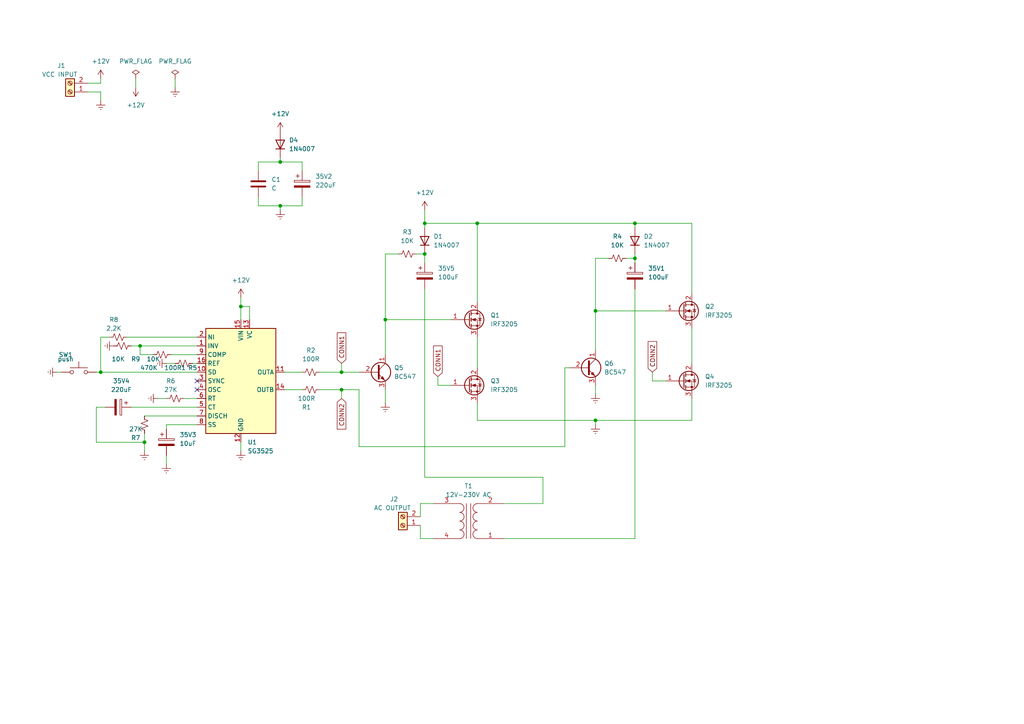
<source format=kicad_sch>
(kicad_sch (version 20230121) (generator eeschema)
  (paper "A4")
  (title_block (title "SG3525 based Full Bridge Inverter") (date "14.01.2024") (rev "1.0") (company "by Mukhtar_Safarov"))
  (lib_symbols
    (symbol "Connector:Screw_Terminal_01x02" (pin_names (offset 1.016) hide)
      (property "Reference" "J" (at 0 2.54 0))
      (property "Value" "Screw_Terminal_01x02" (at 0 -5.08 0))
      (symbol "Screw_Terminal_01x02_1_1"
        (rectangle (start -1.27 1.27) (end 1.27 -3.81) (stroke (width 0.254)) (fill (type background)))
        (circle (center 0 -2.54) (radius 0.635) (stroke (width 0.1524)))
        (polyline (pts (xy -0.5334 -2.2098) (xy 0.3302 -3.048)) (stroke (width 0.1524)))
        (polyline (pts (xy -0.5334 0.3302) (xy 0.3302 -0.508)) (stroke (width 0.1524)))
        (polyline (pts (xy -0.3556 -2.032) (xy 0.508 -2.8702)) (stroke (width 0.1524)))
        (polyline (pts (xy -0.3556 0.508) (xy 0.508 -0.3302)) (stroke (width 0.1524)))
        (circle (center 0 0) (radius 0.635) (stroke (width 0.1524)))
        (pin passive line (at -5.08 0 0) (length 3.81) (name "Pin_1") (number "1"))
        (pin passive line (at -5.08 -2.54 0) (length 3.81) (name "Pin_2") (number "2"))
      )
    )
    (symbol "Device:C" (pin_numbers hide) (pin_names (offset 0.254))
      (property "Reference" "C" (at 0.635 2.54 0))
      (property "Value" "C" (at 0.635 -2.54 0))
      (symbol "C_0_1"
        (polyline (pts (xy -2.032 -0.762) (xy 2.032 -0.762)) (stroke (width 0.508)))
        (polyline (pts (xy -2.032 0.762) (xy 2.032 0.762)) (stroke (width 0.508)))
      )
      (symbol "C_1_1"
        (pin passive line (at 0 3.81 270) (length 2.794) (name "~") (number "1"))
        (pin passive line (at 0 -3.81 90) (length 2.794) (name "~") (number "2"))
      )
    )
    (symbol "Device:C_Polarized" (pin_numbers hide) (pin_names (offset 0.254))
      (property "Reference" "C" (at 0.635 2.54 0))
      (property "Value" "C_Polarized" (at 0.635 -2.54 0))
      (symbol "C_Polarized_0_1"
        (rectangle (start -2.286 0.508) (end 2.286 1.016))
        (polyline (pts (xy -1.778 2.286) (xy -0.762 2.286)))
        (polyline (pts (xy -1.27 2.794) (xy -1.27 1.778)))
        (rectangle (start 2.286 -0.508) (end -2.286 -1.016) (fill (type outline)))
      )
      (symbol "C_Polarized_1_1"
        (pin passive line (at 0 3.81 270) (length 2.794) (name "~") (number "1"))
        (pin passive line (at 0 -3.81 90) (length 2.794) (name "~") (number "2"))
      )
    )
    (symbol "Device:R_Small_US" (pin_numbers hide) (pin_names (offset 0.254) hide)
      (property "Reference" "R" (at 0.762 0.508 0))
      (property "Value" "R_Small_US" (at 0.762 -1.016 0))
      (symbol "R_Small_US_1_1"
        (polyline (pts (xy 0 0) (xy 1.016 -0.381) (xy 0 -0.762) (xy -1.016 -1.143) (xy 0 -1.524)))
        (polyline (pts (xy 0 1.524) (xy 1.016 1.143) (xy 0 0.762) (xy -1.016 0.381) (xy 0 0)))
        (pin passive line (at 0 2.54 270) (length 1.016) (name "~") (number "1"))
        (pin passive line (at 0 -2.54 90) (length 1.016) (name "~") (number "2"))
      )
    )
    (symbol "Device:Transformer_1P_1S" (pin_names (offset 1.016) hide)
      (property "Reference" "T" (at 0 6.35 0))
      (property "Value" "Transformer_1P_1S" (at 0 -7.62 0))
      (symbol "Transformer_1P_1S_0_1"
        (arc (start -2.54 -5.0546) (mid -1.6599 -4.6901) (end -1.27 -3.81))
        (arc (start -2.54 -2.5146) (mid -1.6599 -2.1501) (end -1.27 -1.27))
        (arc (start -2.54 0.0254) (mid -1.6599 0.3899) (end -1.27 1.27))
        (arc (start -2.54 2.5654) (mid -1.6599 2.9299) (end -1.27 3.81))
        (arc (start -1.27 -3.81) (mid -1.642 -2.912) (end -2.54 -2.54))
        (arc (start -1.27 -1.27) (mid -1.642 -0.372) (end -2.54 0))
        (arc (start -1.27 1.27) (mid -1.642 2.168) (end -2.54 2.54))
        (arc (start -1.27 3.81) (mid -1.642 4.708) (end -2.54 5.08))
        (polyline (pts (xy -0.635 5.08) (xy -0.635 -5.08)))
        (polyline (pts (xy 0.635 -5.08) (xy 0.635 5.08)))
        (arc (start 1.2954 -1.27) (mid 1.6599 -2.1501) (end 2.54 -2.5146))
        (arc (start 1.2954 1.27) (mid 1.6599 0.3899) (end 2.54 0.0254))
        (arc (start 1.2954 3.81) (mid 1.6599 2.9299) (end 2.54 2.5654))
        (arc (start 1.3208 -3.81) (mid 1.6853 -4.6901) (end 2.5654 -5.0546))
        (arc (start 2.54 0) (mid 1.642 -0.372) (end 1.2954 -1.27))
        (arc (start 2.54 2.54) (mid 1.642 2.168) (end 1.2954 1.27))
        (arc (start 2.54 5.08) (mid 1.642 4.708) (end 1.2954 3.81))
        (arc (start 2.5654 -2.54) (mid 1.6674 -2.912) (end 1.3208 -3.81))
      )
      (symbol "Transformer_1P_1S_1_1"
        (pin passive line (at -10.16 5.08 0) (length 7.62) (name "AA") (number "1"))
        (pin passive line (at -10.16 -5.08 0) (length 7.62) (name "AB") (number "2"))
        (pin passive line (at 10.16 -5.08 180) (length 7.62) (name "SA") (number "3"))
        (pin passive line (at 10.16 5.08 180) (length 7.62) (name "SB") (number "4"))
      )
    )
    (symbol "Diode:1N4007" (pin_numbers hide) (pin_names hide)
      (property "Reference" "D" (at 0 2.54 0))
      (property "Value" "1N4007" (at 0 -2.54 0))
      (symbol "1N4007_0_1"
        (polyline (pts (xy -1.27 1.27) (xy -1.27 -1.27)) (stroke (width 0.254)))
        (polyline (pts (xy 1.27 0) (xy -1.27 0)))
        (polyline (pts (xy 1.27 1.27) (xy 1.27 -1.27) (xy -1.27 0) (xy 1.27 1.27)) (stroke (width 0.254)))
      )
      (symbol "1N4007_1_1"
        (pin passive line (at -3.81 0 0) (length 2.54) (name "K") (number "1"))
        (pin passive line (at 3.81 0 180) (length 2.54) (name "A") (number "2"))
      )
    )
    (symbol "Regulator_Controller:SG3525"
      (property "Reference" "U" (at 3.81 19.05 0))
      (property "Value" "SG3525" (at 3.81 16.51 0))
      (symbol "SG3525_0_1"
        (rectangle (start -10.16 -15.24) (end 10.16 15.24) (stroke (width 0.254)) (fill (type background)))
      )
      (symbol "SG3525_1_1"
        (pin input line (at -12.7 10.16 0) (length 2.54) (name "INV") (number "1"))
        (pin passive line (at -12.7 2.54 0) (length 2.54) (name "SD") (number "10"))
        (pin output line (at 12.7 2.54 180) (length 2.54) (name "OUTA") (number "11"))
        (pin power_in line (at 0 -17.78 90) (length 2.54) (name "GND") (number "12"))
        (pin power_in line (at 2.54 17.78 270) (length 2.54) (name "VC") (number "13"))
        (pin output line (at 12.7 -2.54 180) (length 2.54) (name "OUTB") (number "14"))
        (pin power_in line (at 0 17.78 270) (length 2.54) (name "VIN") (number "15"))
        (pin power_in line (at -12.7 5.08 0) (length 2.54) (name "REF") (number "16"))
        (pin input line (at -12.7 12.7 0) (length 2.54) (name "NI") (number "2"))
        (pin passive line (at -12.7 0 0) (length 2.54) (name "SYNC") (number "3"))
        (pin output line (at -12.7 -2.54 0) (length 2.54) (name "OSC") (number "4"))
        (pin passive line (at -12.7 -7.62 0) (length 2.54) (name "CT") (number "5"))
        (pin passive line (at -12.7 -5.08 0) (length 2.54) (name "RT") (number "6"))
        (pin open_collector line (at -12.7 -10.16 0) (length 2.54) (name "DISCH") (number "7"))
        (pin passive line (at -12.7 -12.7 0) (length 2.54) (name "SS") (number "8"))
        (pin passive line (at -12.7 7.62 0) (length 2.54) (name "COMP") (number "9"))
      )
    )
    (symbol "Switch:SW_Push" (pin_numbers hide) (pin_names (offset 1.016) hide)
      (property "Reference" "SW" (at 1.27 2.54 0))
      (property "Value" "SW_Push" (at 0 -1.524 0))
      (symbol "SW_Push_0_1"
        (circle (center -2.032 0) (radius 0.508))
        (polyline (pts (xy 0 1.27) (xy 0 3.048)))
        (polyline (pts (xy 2.54 1.27) (xy -2.54 1.27)))
        (circle (center 2.032 0) (radius 0.508))
        (pin passive line (at -5.08 0 0) (length 2.54) (name "1") (number "1"))
        (pin passive line (at 5.08 0 180) (length 2.54) (name "2") (number "2"))
      )
    )
    (symbol "Transistor_BJT:BC547" (pin_names (offset 0) hide)
      (property "Reference" "Q" (at 5.08 1.905 0))
      (property "Value" "BC547" (at 5.08 0 0))
      (symbol "BC547_0_1"
        (polyline (pts (xy 0 0) (xy 0.635 0)))
        (polyline (pts (xy 0.635 0.635) (xy 2.54 2.54)))
        (polyline (pts (xy 0.635 -0.635) (xy 2.54 -2.54) (xy 2.54 -2.54)))
        (polyline (pts (xy 0.635 1.905) (xy 0.635 -1.905) (xy 0.635 -1.905)) (stroke (width 0.508)))
        (polyline (pts (xy 1.27 -1.778) (xy 1.778 -1.27) (xy 2.286 -2.286) (xy 1.27 -1.778) (xy 1.27 -1.778)) (fill (type outline)))
        (circle (center 1.27 0) (radius 2.8194) (stroke (width 0.254)))
      )
      (symbol "BC547_1_1"
        (pin passive line (at 2.54 5.08 270) (length 2.54) (name "C") (number "1"))
        (pin input line (at -5.08 0 0) (length 5.08) (name "B") (number "2"))
        (pin passive line (at 2.54 -5.08 90) (length 2.54) (name "E") (number "3"))
      )
    )
    (symbol "Transistor_FET:IRF3205" (pin_names hide)
      (property "Reference" "Q" (at 6.35 1.905 0))
      (property "Value" "IRF3205" (at 6.35 0 0))
      (symbol "IRF3205_0_1"
        (polyline (pts (xy 0.254 0) (xy -2.54 0)))
        (polyline (pts (xy 0.254 1.905) (xy 0.254 -1.905)) (stroke (width 0.254)))
        (polyline (pts (xy 0.762 -1.27) (xy 0.762 -2.286)) (stroke (width 0.254)))
        (polyline (pts (xy 0.762 0.508) (xy 0.762 -0.508)) (stroke (width 0.254)))
        (polyline (pts (xy 0.762 2.286) (xy 0.762 1.27)) (stroke (width 0.254)))
        (polyline (pts (xy 2.54 2.54) (xy 2.54 1.778)))
        (polyline (pts (xy 2.54 -2.54) (xy 2.54 0) (xy 0.762 0)))
        (polyline (pts (xy 0.762 -1.778) (xy 3.302 -1.778) (xy 3.302 1.778) (xy 0.762 1.778)))
        (polyline (pts (xy 1.016 0) (xy 2.032 0.381) (xy 2.032 -0.381) (xy 1.016 0)) (fill (type outline)))
        (polyline (pts (xy 2.794 0.508) (xy 2.921 0.381) (xy 3.683 0.381) (xy 3.81 0.254)))
        (polyline (pts (xy 3.302 0.381) (xy 2.921 -0.254) (xy 3.683 -0.254) (xy 3.302 0.381)))
        (circle (center 1.651 0) (radius 2.794) (stroke (width 0.254)))
        (circle (center 2.54 -1.778) (radius 0.254) (fill (type outline)))
        (circle (center 2.54 1.778) (radius 0.254) (fill (type outline)))
      )
      (symbol "IRF3205_1_1"
        (pin input line (at -5.08 0 0) (length 2.54) (name "G") (number "1"))
        (pin passive line (at 2.54 5.08 270) (length 2.54) (name "D") (number "2"))
        (pin passive line (at 2.54 -5.08 90) (length 2.54) (name "S") (number "3"))
      )
    )
    (symbol "power:+12V" (power) (pin_names (offset 0))
      (property "Value" "+12V" (at 0 3.556 0))
      (symbol "+12V_0_1"
        (polyline (pts (xy -0.762 1.27) (xy 0 2.54)))
        (polyline (pts (xy 0 0) (xy 0 2.54)))
        (polyline (pts (xy 0 2.54) (xy 0.762 1.27)))
      )
      (symbol "+12V_1_1"
        (pin power_in line (at 0 0 90) (length 0) hide (name "+12V") (number "1"))
      )
    )
    (symbol "power:Earth" (power) (pin_names (offset 0))
      (symbol "Earth_0_1"
        (polyline (pts (xy -0.635 -1.905) (xy 0.635 -1.905)))
        (polyline (pts (xy -0.127 -2.54) (xy 0.127 -2.54)))
        (polyline (pts (xy 0 -1.27) (xy 0 0)))
        (polyline (pts (xy 1.27 -1.27) (xy -1.27 -1.27)))
      )
      (symbol "Earth_1_1"
        (pin power_in line (at 0 0 270) (length 0) hide (name "Earth") (number "1"))
      )
    )
    (symbol "power:PWR_FLAG" (power) (pin_numbers hide) (pin_names (offset 0) hide)
      (property "Value" "PWR_FLAG" (at 0 3.81 0))
      (symbol "PWR_FLAG_0_0"
        (pin power_out line (at 0 0 90) (length 0) (name "pwr") (number "1"))
      )
      (symbol "PWR_FLAG_0_1"
        (polyline (pts (xy 0 0) (xy 0 1.27) (xy -1.016 1.905) (xy 0 2.54) (xy 1.016 1.905) (xy 0 1.27)))
      )
    )
  )
  (junction (at 172.72 90.17))
  (junction (at 41.91 128.27))
  (junction (at 99.06 107.95))
  (junction (at 40.64 100.33))
  (junction (at 29.21 107.95))
  (junction (at 69.85 88.9))
  (junction (at 111.76 92.71))
  (junction (at 99.06 113.03))
  (junction (at 81.28 59.69))
  (junction (at 81.28 46.99))
  (junction (at 138.43 64.77))
  (junction (at 172.72 121.92))
  (junction (at 123.19 73.66))
  (junction (at 184.15 64.77))
  (junction (at 184.15 74.93))
  (junction (at 123.19 64.77))
  (no_connect (at 57.15 110.49))
  (no_connect (at 57.15 113.03))
  (wire (pts (xy 172.72 111.76) (xy 172.72 114.3)))
  (wire (pts (xy 200.66 85.09) (xy 200.66 64.77)))
  (wire (pts (xy 82.55 107.95) (xy 87.63 107.95)))
  (wire (pts (xy 189.23 110.49) (xy 193.04 110.49)))
  (wire (pts (xy 172.72 90.17) (xy 193.04 90.17)))
  (wire (pts (xy 50.8 22.86) (xy 50.8 25.4)))
  (wire (pts (xy 184.15 74.93) (xy 184.15 76.2)))
  (wire (pts (xy 130.81 92.71) (xy 111.76 92.71)))
  (wire (pts (xy 120.65 73.66) (xy 123.19 73.66)))
  (wire (pts (xy 36.83 97.79) (xy 57.15 97.79)))
  (wire (pts (xy 87.63 49.53) (xy 87.63 46.99)))
  (wire (pts (xy 44.45 102.87) (xy 40.64 102.87)))
  (wire (pts (xy 138.43 64.77) (xy 138.43 87.63)))
  (wire (pts (xy 111.76 92.71) (xy 111.76 102.87)))
  (wire (pts (xy 69.85 88.9) (xy 72.39 88.9)))
  (wire (pts (xy 29.21 97.79) (xy 31.75 97.79)))
  (wire (pts (xy 38.1 100.33) (xy 40.64 100.33)))
  (wire (pts (xy 172.72 121.92) (xy 200.66 121.92)))
  (wire (pts (xy 184.15 64.77) (xy 138.43 64.77)))
  (wire (pts (xy 184.15 156.21) (xy 146.05 156.21)))
  (wire (pts (xy 189.23 107.95) (xy 189.23 110.49)))
  (wire (pts (xy 176.53 74.93) (xy 172.72 74.93)))
  (wire (pts (xy 45.72 115.57) (xy 48.26 115.57)))
  (wire (pts (xy 92.71 107.95) (xy 99.06 107.95)))
  (wire (pts (xy 41.91 128.27) (xy 41.91 130.81)))
  (wire (pts (xy 29.21 24.13) (xy 25.4 24.13)))
  (wire (pts (xy 121.92 146.05) (xy 121.92 149.86)))
  (wire (pts (xy 138.43 121.92) (xy 172.72 121.92)))
  (wire (pts (xy 72.39 92.71) (xy 72.39 88.9)))
  (wire (pts (xy 125.73 146.05) (xy 121.92 146.05)))
  (wire (pts (xy 81.28 60.96) (xy 81.28 59.69)))
  (wire (pts (xy 99.06 105.41) (xy 99.06 107.95)))
  (wire (pts (xy 49.53 102.87) (xy 57.15 102.87)))
  (wire (pts (xy 99.06 113.03) (xy 104.14 113.03)))
  (wire (pts (xy 163.83 106.68) (xy 165.1 106.68)))
  (wire (pts (xy 138.43 116.84) (xy 138.43 121.92)))
  (wire (pts (xy 69.85 88.9) (xy 69.85 92.71)))
  (wire (pts (xy 104.14 129.54) (xy 163.83 129.54)))
  (wire (pts (xy 39.37 22.86) (xy 39.37 25.4)))
  (wire (pts (xy 29.21 107.95) (xy 57.15 107.95)))
  (wire (pts (xy 99.06 107.95) (xy 104.14 107.95)))
  (wire (pts (xy 111.76 113.03) (xy 111.76 116.84)))
  (wire (pts (xy 123.19 60.96) (xy 123.19 64.77)))
  (wire (pts (xy 200.66 121.92) (xy 200.66 115.57)))
  (wire (pts (xy 57.15 123.19) (xy 48.26 123.19)))
  (wire (pts (xy 74.93 59.69) (xy 81.28 59.69)))
  (wire (pts (xy 172.72 101.6) (xy 172.72 90.17)))
  (wire (pts (xy 48.26 105.41) (xy 50.8 105.41)))
  (wire (pts (xy 40.64 100.33) (xy 57.15 100.33)))
  (wire (pts (xy 38.1 118.11) (xy 57.15 118.11)))
  (wire (pts (xy 163.83 129.54) (xy 163.83 106.68)))
  (wire (pts (xy 99.06 113.03) (xy 99.06 115.57)))
  (wire (pts (xy 69.85 86.36) (xy 69.85 88.9)))
  (wire (pts (xy 55.88 105.41) (xy 57.15 105.41)))
  (wire (pts (xy 29.21 26.67) (xy 25.4 26.67)))
  (wire (pts (xy 123.19 64.77) (xy 123.19 66.04)))
  (wire (pts (xy 184.15 83.82) (xy 184.15 156.21)))
  (wire (pts (xy 48.26 132.08) (xy 48.26 134.62)))
  (wire (pts (xy 138.43 97.79) (xy 138.43 106.68)))
  (wire (pts (xy 172.72 121.92) (xy 172.72 123.19)))
  (wire (pts (xy 123.19 138.43) (xy 157.48 138.43)))
  (wire (pts (xy 121.92 152.4) (xy 121.92 156.21)))
  (wire (pts (xy 184.15 74.93) (xy 184.15 73.66)))
  (wire (pts (xy 40.64 102.87) (xy 40.64 100.33)))
  (wire (pts (xy 29.21 29.21) (xy 29.21 26.67)))
  (wire (pts (xy 53.34 115.57) (xy 57.15 115.57)))
  (wire (pts (xy 92.71 113.03) (xy 99.06 113.03)))
  (wire (pts (xy 200.66 64.77) (xy 184.15 64.77)))
  (wire (pts (xy 74.93 46.99) (xy 74.93 49.53)))
  (wire (pts (xy 104.14 113.03) (xy 104.14 129.54)))
  (wire (pts (xy 200.66 95.25) (xy 200.66 105.41)))
  (wire (pts (xy 181.61 74.93) (xy 184.15 74.93)))
  (wire (pts (xy 29.21 97.79) (xy 29.21 107.95)))
  (wire (pts (xy 157.48 138.43) (xy 157.48 146.05)))
  (wire (pts (xy 127 109.22) (xy 127 111.76)))
  (wire (pts (xy 27.94 128.27) (xy 41.91 128.27)))
  (wire (pts (xy 87.63 59.69) (xy 81.28 59.69)))
  (wire (pts (xy 123.19 64.77) (xy 138.43 64.77)))
  (wire (pts (xy 41.91 120.65) (xy 57.15 120.65)))
  (wire (pts (xy 27.94 118.11) (xy 27.94 128.27)))
  (wire (pts (xy 41.91 125.73) (xy 41.91 128.27)))
  (wire (pts (xy 27.94 118.11) (xy 30.48 118.11)))
  (wire (pts (xy 74.93 57.15) (xy 74.93 59.69)))
  (wire (pts (xy 115.57 73.66) (xy 111.76 73.66)))
  (wire (pts (xy 29.21 22.86) (xy 29.21 24.13)))
  (wire (pts (xy 82.55 113.03) (xy 87.63 113.03)))
  (wire (pts (xy 27.94 107.95) (xy 29.21 107.95)))
  (wire (pts (xy 127 111.76) (xy 130.81 111.76)))
  (wire (pts (xy 184.15 64.77) (xy 184.15 66.04)))
  (wire (pts (xy 69.85 128.27) (xy 69.85 130.81)))
  (wire (pts (xy 172.72 74.93) (xy 172.72 90.17)))
  (wire (pts (xy 74.93 46.99) (xy 81.28 46.99)))
  (wire (pts (xy 111.76 73.66) (xy 111.76 92.71)))
  (wire (pts (xy 123.19 73.66) (xy 123.19 76.2)))
  (wire (pts (xy 87.63 57.15) (xy 87.63 59.69)))
  (wire (pts (xy 81.28 46.99) (xy 87.63 46.99)))
  (wire (pts (xy 157.48 146.05) (xy 146.05 146.05)))
  (wire (pts (xy 123.19 83.82) (xy 123.19 138.43)))
  (wire (pts (xy 48.26 123.19) (xy 48.26 124.46)))
  (wire (pts (xy 16.51 107.95) (xy 17.78 107.95)))
  (wire (pts (xy 121.92 156.21) (xy 125.73 156.21)))
  (wire (pts (xy 81.28 46.99) (xy 81.28 45.72)))
  (global_label "CONN1" (shape input) (at 99.06 105.41 90) (property "Intersheetrefs" "${INTERSHEET_REFS}" (effects hide)))
  (global_label "CONN2" (shape input) (at 189.23 107.95 90) (property "Intersheetrefs" "${INTERSHEET_REFS}" (effects hide)))
  (global_label "CONN2" (shape input) (at 99.06 115.57 270) (property "Intersheetrefs" "${INTERSHEET_REFS}" (effects hide)))
  (global_label "CONN1" (shape input) (at 127 109.22 90) (property "Intersheetrefs" "${INTERSHEET_REFS}" (effects hide)))
  (symbol (lib_id "power:Earth") (at 33.02 100.33 270) (unit 1)
    (property "Reference" "#PWR017" (effects hide))
    (property "Value" "Earth" (effects hide))
  )
  (symbol (lib_id "Device:C_Polarized") (at 184.15 80.01 0) (unit 1)
    (property "Reference" "35V1" (at 187.96 77.851 0) (effects (justify left)))
    (property "Value" "100uF" (at 187.96 80.391 0) (effects (justify left)))
    (property "Footprint" "Capacitor_THT:CP_Radial_D10.0mm_P5.00mm" (effects hide))
  )
  (symbol (lib_id "Device:R_Small_US") (at 46.99 102.87 270) (unit 1)
    (property "Reference" "100R1" (at 50.8 106.68 90))
    (property "Value" "10K" (at 44.45 104.14 90))
    (property "Footprint" "Resistor_THT:R_Axial_DIN0309_L9.0mm_D3.2mm_P15.24mm_Horizontal" (effects hide))
  )
  (symbol (lib_id "power:Earth") (at 81.28 60.96 0) (unit 1)
    (property "Reference" "#PWR012" (effects hide))
    (property "Value" "Earth" (effects hide))
  )
  (symbol (lib_id "Device:R_Small_US") (at 50.8 115.57 90) (unit 1)
    (property "Reference" "R6" (at 49.53 110.49 90))
    (property "Value" "27K" (at 49.53 113.03 90))
    (property "Footprint" "Resistor_THT:R_Axial_DIN0309_L9.0mm_D3.2mm_P15.24mm_Horizontal" (effects hide))
  )
  (symbol (lib_id "Transistor_FET:IRF3205") (at 135.89 111.76 0) (unit 1)
    (property "Reference" "Q3" (at 142.24 110.49 0) (effects (justify left)))
    (property "Value" "IRF3205" (at 142.24 113.03 0) (effects (justify left)))
    (property "Footprint" "Package_TO_SOT_THT:TO-220-3_Vertical" (effects hide))
    (property "Datasheet" "http://www.irf.com/product-info/datasheets/data/irf3205.pdf" (effects hide))
  )
  (symbol (lib_id "power:+12V") (at 29.21 22.86 0) (unit 1)
    (property "Reference" "#PWR09" (effects hide))
    (property "Value" "+12V" (at 29.21 17.78 0))
  )
  (symbol (lib_id "power:PWR_FLAG") (at 50.8 22.86 0) (unit 1)
    (property "Reference" "#FLG02" (effects hide))
    (property "Value" "PWR_FLAG" (at 50.8 17.78 0))
  )
  (symbol (lib_id "Connector:Screw_Terminal_01x02") (at 20.32 26.67 180) (unit 1)
    (property "Reference" "J1" (at 17.78 19.05 0))
    (property "Value" "VCC INPUT " (at 17.78 21.59 0))
    (property "Footprint" "TerminalBlock_Altech:Altech_AK300_1x02_P5.00mm_45-Degree" (effects hide))
  )
  (symbol (lib_id "Transistor_FET:IRF3205") (at 135.89 92.71 0) (unit 1)
    (property "Reference" "Q1" (at 142.24 91.44 0) (effects (justify left)))
    (property "Value" "IRF3205" (at 142.24 93.98 0) (effects (justify left)))
    (property "Footprint" "Package_TO_SOT_THT:TO-220-3_Vertical" (effects hide))
    (property "Datasheet" "http://www.irf.com/product-info/datasheets/data/irf3205.pdf" (effects hide))
  )
  (symbol (lib_id "power:Earth") (at 69.85 130.81 0) (unit 1)
    (property "Reference" "#PWR07" (effects hide))
    (property "Value" "Earth" (effects hide))
  )
  (symbol (lib_id "Diode:1N4007") (at 81.28 41.91 90) (unit 1)
    (property "Reference" "D4" (at 83.82 40.64 90) (effects (justify right)))
    (property "Value" "1N4007" (at 83.82 43.18 90) (effects (justify right)))
    (property "Footprint" "Diode_THT:D_DO-41_SOD81_P10.16mm_Horizontal" (effects hide))
    (property "Datasheet" "http://www.vishay.com/docs/88503/1n4001.pdf" (effects hide))
    (property "Sim.Device" "D" (effects hide))
    (property "Sim.Pins" "1=K 2=A" (effects hide))
  )
  (symbol (lib_id "power:Earth") (at 172.72 123.19 0) (unit 1)
    (property "Reference" "#PWR06" (effects hide))
    (property "Value" "Earth" (effects hide))
  )
  (symbol (lib_id "Device:C_Polarized") (at 34.29 118.11 270) (unit 1)
    (property "Reference" "35V4" (at 35.179 110.49 90))
    (property "Value" "220uF" (at 35.179 113.03 90))
    (property "Footprint" "Capacitor_THT:CP_Radial_D12.5mm_P5.00mm" (effects hide))
  )
  (symbol (lib_id "power:Earth") (at 172.72 114.3 0) (unit 1)
    (property "Reference" "#PWR01" (effects hide))
    (property "Value" "Earth" (effects hide))
  )
  (symbol (lib_id "Device:R_Small_US") (at 34.29 97.79 270) (unit 1)
    (property "Reference" "R8" (at 33.02 92.71 90))
    (property "Value" "2,2K" (at 33.02 95.25 90))
    (property "Footprint" "Resistor_THT:R_Axial_DIN0309_L9.0mm_D3.2mm_P15.24mm_Horizontal" (effects hide))
  )
  (symbol (lib_id "power:PWR_FLAG") (at 39.37 22.86 0) (unit 1)
    (property "Reference" "#FLG01" (effects hide))
    (property "Value" "PWR_FLAG" (at 39.37 17.78 0))
  )
  (symbol (lib_id "Device:C_Polarized") (at 87.63 53.34 0) (unit 1)
    (property "Reference" "35V2" (at 91.44 51.181 0) (effects (justify left)))
    (property "Value" "220uF" (at 91.44 53.721 0) (effects (justify left)))
    (property "Footprint" "Capacitor_THT:CP_Radial_D12.5mm_P5.00mm" (effects hide))
  )
  (symbol (lib_id "power:+12V") (at 39.37 25.4 180) (unit 1)
    (property "Reference" "#PWR04" (effects hide))
    (property "Value" "+12V" (at 39.37 30.48 0))
  )
  (symbol (lib_id "power:Earth") (at 45.72 115.57 270) (unit 1)
    (property "Reference" "#PWR015" (effects hide))
    (property "Value" "Earth" (effects hide))
  )
  (symbol (lib_id "Device:R_Small_US") (at 35.56 100.33 270) (unit 1)
    (property "Reference" "R9" (at 39.37 104.14 90))
    (property "Value" "10K" (at 34.29 104.14 90))
    (property "Footprint" "Resistor_THT:R_Axial_DIN0309_L9.0mm_D3.2mm_P15.24mm_Horizontal" (effects hide))
  )
  (symbol (lib_id "power:Earth") (at 16.51 107.95 270) (unit 1)
    (property "Reference" "#PWR013" (effects hide))
    (property "Value" "Earth" (effects hide))
  )
  (symbol (lib_id "Device:R_Small_US") (at 41.91 123.19 180) (unit 1)
    (property "Reference" "R7" (at 39.37 127 0))
    (property "Value" "27K" (at 39.37 124.46 0))
    (property "Footprint" "Resistor_THT:R_Axial_DIN0309_L9.0mm_D3.2mm_P15.24mm_Horizontal" (effects hide))
  )
  (symbol (lib_id "Diode:1N4007") (at 123.19 69.85 90) (unit 1)
    (property "Reference" "D1" (at 125.73 68.58 90) (effects (justify right)))
    (property "Value" "1N4007" (at 125.73 71.12 90) (effects (justify right)))
    (property "Footprint" "Diode_THT:D_DO-41_SOD81_P10.16mm_Horizontal" (effects hide))
    (property "Datasheet" "http://www.vishay.com/docs/88503/1n4001.pdf" (effects hide))
    (property "Sim.Device" "D" (effects hide))
    (property "Sim.Pins" "1=K 2=A" (effects hide))
  )
  (symbol (lib_id "Diode:1N4007") (at 184.15 69.85 90) (unit 1)
    (property "Reference" "D2" (at 186.69 68.58 90) (effects (justify right)))
    (property "Value" "1N4007" (at 186.69 71.12 90) (effects (justify right)))
    (property "Footprint" "Diode_THT:D_DO-41_SOD81_P10.16mm_Horizontal" (effects hide))
    (property "Datasheet" "http://www.vishay.com/docs/88503/1n4001.pdf" (effects hide))
    (property "Sim.Device" "D" (effects hide))
    (property "Sim.Pins" "1=K 2=A" (effects hide))
  )
  (symbol (lib_id "Device:R_Small_US") (at 90.17 107.95 90) (unit 1)
    (property "Reference" "R2" (at 90.17 101.6 90))
    (property "Value" "100R" (at 90.17 104.14 90))
    (property "Footprint" "Resistor_THT:R_Axial_DIN0309_L9.0mm_D3.2mm_P15.24mm_Horizontal" (effects hide))
  )
  (symbol (lib_id "power:Earth") (at 48.26 134.62 0) (unit 1)
    (property "Reference" "#PWR014" (effects hide))
    (property "Value" "Earth" (effects hide))
  )
  (symbol (lib_id "Switch:SW_Push") (at 22.86 107.95 0) (unit 1)
    (property "Reference" "SW1" (at 19.05 102.87 0))
    (property "Value" "push" (at 19.05 104.14 0))
    (property "Footprint" "Button_Switch_THT:SW_PUSH_6mm_H9.5mm" (effects hide))
  )
  (symbol (lib_id "power:Earth") (at 29.21 29.21 0) (unit 1)
    (property "Reference" "#PWR010" (effects hide))
    (property "Value" "Earth" (effects hide))
  )
  (symbol (lib_id "power:Earth") (at 41.91 130.81 0) (unit 1)
    (property "Reference" "#PWR016" (effects hide))
    (property "Value" "Earth" (effects hide))
  )
  (symbol (lib_id "power:Earth") (at 48.26 105.41 270) (unit 1)
    (property "Reference" "#PWR018" (effects hide))
    (property "Value" "Earth" (effects hide))
  )
  (symbol (lib_id "Transistor_BJT:BC547") (at 170.18 106.68 0) (unit 1)
    (property "Reference" "Q6" (at 175.26 105.41 0) (effects (justify left)))
    (property "Value" "BC547" (at 175.26 107.95 0) (effects (justify left)))
    (property "Footprint" "Package_TO_SOT_THT:TO-92_Inline" (effects hide))
    (property "Datasheet" "https://www.onsemi.com/pub/Collateral/BC550-D.pdf" (effects hide))
  )
  (symbol (lib_id "Transistor_FET:IRF3205") (at 198.12 90.17 0) (unit 1)
    (property "Reference" "Q2" (at 204.47 88.9 0) (effects (justify left)))
    (property "Value" "IRF3205" (at 204.47 91.44 0) (effects (justify left)))
    (property "Footprint" "Package_TO_SOT_THT:TO-220-3_Vertical" (effects hide))
    (property "Datasheet" "http://www.irf.com/product-info/datasheets/data/irf3205.pdf" (effects hide))
  )
  (symbol (lib_id "Device:C_Polarized") (at 48.26 128.27 0) (unit 1)
    (property "Reference" "35V3" (at 52.07 126.111 0) (effects (justify left)))
    (property "Value" "10uF" (at 52.07 128.651 0) (effects (justify left)))
    (property "Footprint" "Capacitor_THT:CP_Radial_D8.0mm_P5.00mm" (effects hide))
  )
  (symbol (lib_id "Device:R_Small_US") (at 179.07 74.93 270) (unit 1)
    (property "Reference" "R4" (at 179.07 68.58 90))
    (property "Value" "10K" (at 179.07 71.12 90))
    (property "Footprint" "Resistor_THT:R_Axial_DIN0309_L9.0mm_D3.2mm_P15.24mm_Horizontal" (effects hide))
  )
  (symbol (lib_id "power:Earth") (at 111.76 116.84 0) (unit 1)
    (property "Reference" "#PWR02" (effects hide))
    (property "Value" "Earth" (effects hide))
  )
  (symbol (lib_id "Device:R_Small_US") (at 53.34 105.41 90) (unit 1)
    (property "Reference" "R5" (at 55.88 106.68 90))
    (property "Value" "470K" (at 43.18 106.68 90))
    (property "Footprint" "Resistor_THT:R_Axial_DIN0309_L9.0mm_D3.2mm_P15.24mm_Horizontal" (effects hide))
  )
  (symbol (lib_id "Device:R_Small_US") (at 118.11 73.66 90) (unit 1)
    (property "Reference" "R3" (at 118.11 67.31 90))
    (property "Value" "10K" (at 118.11 69.85 90))
    (property "Footprint" "Resistor_THT:R_Axial_DIN0309_L9.0mm_D3.2mm_P15.24mm_Horizontal" (effects hide))
  )
  (symbol (lib_id "Device:C") (at 74.93 53.34 0) (unit 1)
    (property "Reference" "C1" (at 78.74 52.07 0) (effects (justify left)))
    (property "Value" "C" (at 78.74 54.61 0) (effects (justify left)))
    (property "Footprint" "Capacitor_THT:C_Disc_D7.5mm_W5.0mm_P7.50mm" (effects hide))
  )
  (symbol (lib_id "power:+12V") (at 81.28 38.1 0) (unit 1)
    (property "Reference" "#PWR011" (effects hide))
    (property "Value" "+12V" (at 81.28 33.02 0))
  )
  (symbol (lib_id "Transistor_BJT:BC547") (at 109.22 107.95 0) (unit 1)
    (property "Reference" "Q5" (at 114.3 106.68 0) (effects (justify left)))
    (property "Value" "BC547" (at 114.3 109.22 0) (effects (justify left)))
    (property "Footprint" "Package_TO_SOT_THT:TO-92_Inline" (effects hide))
    (property "Datasheet" "https://www.onsemi.com/pub/Collateral/BC550-D.pdf" (effects hide))
  )
  (symbol (lib_id "power:+12V") (at 123.19 60.96 0) (unit 1)
    (property "Reference" "#PWR03" (effects hide))
    (property "Value" "+12V" (at 123.19 55.88 0))
  )
  (symbol (lib_id "Device:R_Small_US") (at 90.17 113.03 90) (unit 1)
    (property "Reference" "R1" (at 88.9 118.11 90))
    (property "Value" "100R" (at 88.9 115.57 90))
    (property "Footprint" "Resistor_THT:R_Axial_DIN0309_L9.0mm_D3.2mm_P15.24mm_Horizontal" (effects hide))
  )
  (symbol (lib_id "Device:C_Polarized") (at 123.19 80.01 0) (unit 1)
    (property "Reference" "35V5" (at 127 77.851 0) (effects (justify left)))
    (property "Value" "100uF" (at 127 80.391 0) (effects (justify left)))
    (property "Footprint" "Capacitor_THT:CP_Radial_D10.0mm_P5.00mm" (effects hide))
  )
  (symbol (lib_id "Transistor_FET:IRF3205") (at 198.12 110.49 0) (unit 1)
    (property "Reference" "Q4" (at 204.47 109.22 0) (effects (justify left)))
    (property "Value" "IRF3205" (at 204.47 111.76 0) (effects (justify left)))
    (property "Footprint" "Package_TO_SOT_THT:TO-220-3_Vertical" (effects hide))
    (property "Datasheet" "http://www.irf.com/product-info/datasheets/data/irf3205.pdf" (effects hide))
  )
  (symbol (lib_id "power:+12V") (at 69.85 86.36 0) (unit 1)
    (property "Reference" "#PWR08" (effects hide))
    (property "Value" "+12V" (at 69.85 81.28 0))
  )
  (symbol (lib_id "Device:Transformer_1P_1S") (at 135.89 151.13 180) (unit 1)
    (property "Reference" "T1" (at 135.8773 140.97 0))
    (property "Value" "12V-230V AC" (at 135.8773 143.51 0))
    (property "Footprint" "Transformer_THT:Transformer_Toroid_Horizontal_D9.0mm_Amidon-T30" (effects hide))
  )
  (symbol (lib_id "power:Earth") (at 50.8 25.4 0) (unit 1)
    (property "Reference" "#PWR05" (effects hide))
    (property "Value" "Earth" (effects hide))
  )
  (symbol (lib_id "Regulator_Controller:SG3525") (at 69.85 110.49 0) (unit 1)
    (property "Reference" "U1" (at 71.8059 128.27 0) (effects (justify left)))
    (property "Value" "SG3525" (at 71.8059 130.81 0) (effects (justify left)))
    (property "Footprint" "Package_DIP:DIP-16_W7.62mm" (effects hide))
    (property "Datasheet" "www.st.com/resource/en/datasheet/sg3525.pdf" (effects hide))
  )
  (symbol (lib_id "Connector:Screw_Terminal_01x02") (at 116.84 152.4 180) (unit 1)
    (property "Reference" "J2" (at 114.3 144.78 0))
    (property "Value" "AC OUTPUT " (at 114.3 147.32 0))
    (property "Footprint" "TerminalBlock_Altech:Altech_AK300_1x02_P5.00mm_45-Degree" (effects hide))
  )
)
</source>
